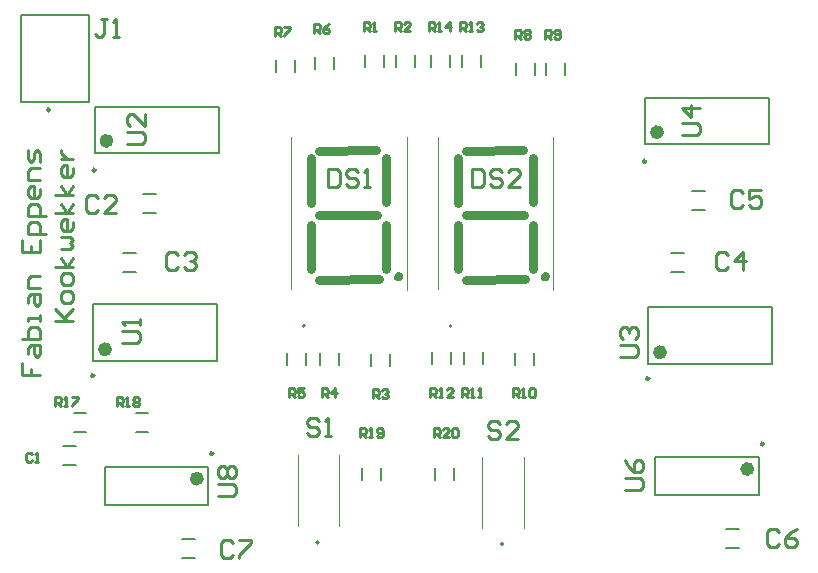
<source format=gto>
G04*
G04 #@! TF.GenerationSoftware,Altium Limited,Altium Designer,25.0.2 (28)*
G04*
G04 Layer_Color=65535*
%FSLAX44Y44*%
%MOMM*%
G71*
G04*
G04 #@! TF.SameCoordinates,877775E4-4AF8-4732-A6CF-0C93CC7184C8*
G04*
G04*
G04 #@! TF.FilePolarity,Positive*
G04*
G01*
G75*
%ADD10C,0.2000*%
%ADD11C,0.2500*%
%ADD12C,0.6000*%
%ADD13C,0.7500*%
%ADD14C,0.1000*%
%ADD15C,0.2540*%
D10*
X920020Y608470D02*
G03*
X922020Y608470I1000J0D01*
G01*
D02*
G03*
X920020Y608470I-1000J0D01*
G01*
X1078230Y607200D02*
G03*
X1076230Y607200I-1000J0D01*
G01*
D02*
G03*
X1078230Y607200I1000J0D01*
G01*
X909470Y792930D02*
G03*
X909470Y790930I0J-1000D01*
G01*
D02*
G03*
X909470Y792930I0J1000D01*
G01*
X1033780D02*
G03*
X1033780Y790930I0J-1000D01*
G01*
D02*
G03*
X1033780Y792930I0J1000D01*
G01*
X669750Y981540D02*
X727250D01*
Y1055540D01*
X669750D02*
X727250D01*
X669750Y981540D02*
Y1055540D01*
X1207200Y680790D02*
X1294700D01*
X1207200Y648790D02*
X1294700D01*
Y680790D01*
X1207200Y648790D02*
Y680790D01*
X705700Y673990D02*
X716700D01*
X705700Y689990D02*
X716700D01*
X715090Y717930D02*
X725090D01*
X715090Y701930D02*
X725090D01*
X767160Y717930D02*
X777160D01*
X767160Y701930D02*
X777160D01*
X741110Y640590D02*
Y672590D01*
X828610Y640590D02*
Y672590D01*
X741110Y640590D02*
X828610D01*
X741110Y672590D02*
X828610D01*
X1267040Y604140D02*
X1278040D01*
X1267040Y620140D02*
X1278040D01*
X1220050Y837820D02*
X1231050D01*
X1220050Y853820D02*
X1231050D01*
X1303450Y945950D02*
Y984450D01*
X1198450Y945950D02*
Y984450D01*
X1303450D01*
X1198450Y945950D02*
X1303450D01*
X1200990Y759590D02*
X1305990D01*
X1200990Y807590D02*
X1305990D01*
X1200990Y759590D02*
Y807590D01*
X1305990Y759590D02*
Y807590D01*
X1237830Y905890D02*
X1248830D01*
X1237830Y889890D02*
X1248830D01*
X806030Y595250D02*
X817030D01*
X806030Y611250D02*
X817030D01*
X756500Y837820D02*
X767500D01*
X756500Y853820D02*
X767500D01*
X837360Y938620D02*
Y977120D01*
X732360Y938620D02*
Y977120D01*
X837360D01*
X732360Y938620D02*
X837360D01*
X731090Y762130D02*
X836090D01*
X731090Y810130D02*
X836090D01*
X731090Y762130D02*
Y810130D01*
X836090Y762130D02*
Y810130D01*
X773010Y903350D02*
X784010D01*
X773010Y887350D02*
X784010D01*
X1016890Y1011000D02*
Y1021000D01*
X1032890Y1011000D02*
Y1021000D01*
X1043560Y1011000D02*
Y1021000D01*
X1059560Y1011000D02*
Y1021000D01*
X1034160Y759540D02*
Y769540D01*
X1018160Y759540D02*
Y769540D01*
X1060830Y759540D02*
Y769540D01*
X1044830Y759540D02*
Y769540D01*
X1104010Y759010D02*
Y769010D01*
X1088010Y759010D02*
Y769010D01*
X1114680Y1004650D02*
Y1014650D01*
X1130680Y1004650D02*
Y1014650D01*
X1089280Y1004650D02*
Y1014650D01*
X1105280Y1004650D02*
Y1014650D01*
X886080Y1007190D02*
Y1017190D01*
X902080Y1007190D02*
Y1017190D01*
X919100Y1009200D02*
Y1019200D01*
X935100Y1009200D02*
Y1019200D01*
X961010Y1011000D02*
Y1021000D01*
X977010Y1011000D02*
Y1021000D01*
X987680Y1011000D02*
Y1021000D01*
X1003680Y1011000D02*
Y1021000D01*
X982090Y758270D02*
Y768270D01*
X966090Y758270D02*
Y768270D01*
X938910Y759010D02*
Y769010D01*
X922910Y759010D02*
Y769010D01*
X910970Y759010D02*
Y769010D01*
X894970Y759010D02*
Y769010D01*
X958470Y661750D02*
Y671750D01*
X974470Y661750D02*
Y671750D01*
X1020700Y661750D02*
Y671750D01*
X1036700Y661750D02*
Y671750D01*
D11*
X694500Y974790D02*
G03*
X694500Y974790I-1250J0D01*
G01*
X1298800Y692040D02*
G03*
X1298800Y692040I-1250J0D01*
G01*
X832710Y683840D02*
G03*
X832710Y683840I-1250J0D01*
G01*
X1199250Y931200D02*
G03*
X1199250Y931200I-1250J0D01*
G01*
X1201790Y747340D02*
G03*
X1201790Y747340I-1250J0D01*
G01*
X733160Y923870D02*
G03*
X733160Y923870I-1250J0D01*
G01*
X731890Y749880D02*
G03*
X731890Y749880I-1250J0D01*
G01*
D12*
X1287950Y670790D02*
G03*
X1287950Y670790I-3000J0D01*
G01*
X821860Y662590D02*
G03*
X821860Y662590I-3000J0D01*
G01*
X1211450Y955950D02*
G03*
X1211450Y955950I-3000J0D01*
G01*
X1213990Y769590D02*
G03*
X1213990Y769590I-3000J0D01*
G01*
X745360Y948620D02*
G03*
X745360Y948620I-3000J0D01*
G01*
X744090Y772130D02*
G03*
X744090Y772130I-3000J0D01*
G01*
D13*
X989876Y833590D02*
G03*
X989876Y833590I-496J0D01*
G01*
X1114186D02*
G03*
X1114186Y833590I-496J0D01*
G01*
X922070Y831050D02*
X972810Y831570D01*
X915720Y839940D02*
Y877740D01*
X979220Y839940D02*
Y877740D01*
X922070Y885660D02*
X971600D01*
X915720Y896120D02*
Y933920D01*
X979110Y896670D02*
Y934470D01*
X922070Y940270D02*
X970710Y940770D01*
X1046380Y831050D02*
X1097120Y831570D01*
X1040030Y839940D02*
Y877740D01*
X1103530Y839940D02*
Y877740D01*
X1046380Y885660D02*
X1095910D01*
X1040030Y896120D02*
Y933920D01*
X1103420Y896670D02*
Y934470D01*
X1046380Y940270D02*
X1095020Y940770D01*
D14*
X939520Y622470D02*
Y682470D01*
X904520Y622470D02*
Y682470D01*
X1060730Y621200D02*
Y681200D01*
X1095730Y621200D02*
Y681200D01*
X898470Y822750D02*
Y951930D01*
X996470Y821930D02*
Y951930D01*
X1022780Y822750D02*
Y951930D01*
X1120780Y821930D02*
Y951930D01*
D15*
X698505Y796290D02*
X713740D01*
X708662D01*
X698505Y806447D01*
X706123Y798829D01*
X713740Y806447D01*
Y814064D02*
Y819143D01*
X711201Y821682D01*
X706123D01*
X703583Y819143D01*
Y814064D01*
X706123Y811525D01*
X711201D01*
X713740Y814064D01*
Y829299D02*
Y834378D01*
X711201Y836917D01*
X706123D01*
X703583Y834378D01*
Y829299D01*
X706123Y826760D01*
X711201D01*
X713740Y829299D01*
Y841995D02*
X698505D01*
X708662D02*
X703583Y849613D01*
X708662Y841995D02*
X713740Y849613D01*
X703583Y857230D02*
X711201D01*
X713740Y859770D01*
X711201Y862309D01*
X713740Y864848D01*
X711201Y867387D01*
X703583D01*
X713740Y880083D02*
Y875005D01*
X711201Y872465D01*
X706123D01*
X703583Y875005D01*
Y880083D01*
X706123Y882622D01*
X708662D01*
Y872465D01*
X713740Y887700D02*
X698505D01*
X708662D02*
X703583Y895318D01*
X708662Y887700D02*
X713740Y895318D01*
Y902935D02*
X698505D01*
X708662D02*
X703583Y910553D01*
X708662Y902935D02*
X713740Y910553D01*
Y925788D02*
Y920710D01*
X711201Y918171D01*
X706123D01*
X703583Y920710D01*
Y925788D01*
X706123Y928327D01*
X708662D01*
Y918171D01*
X703583Y933406D02*
X713740D01*
X708662D01*
X706123Y935945D01*
X703583Y938484D01*
Y941023D01*
X670567Y760727D02*
Y750570D01*
X678184D01*
Y755648D01*
Y750570D01*
X685802D01*
X675645Y768344D02*
Y773423D01*
X678184Y775962D01*
X685802D01*
Y768344D01*
X683262Y765805D01*
X680723Y768344D01*
Y775962D01*
X670567Y781040D02*
X685802D01*
Y788658D01*
X683262Y791197D01*
X680723D01*
X678184D01*
X675645Y788658D01*
Y781040D01*
X685802Y796275D02*
Y801354D01*
Y798814D01*
X675645D01*
Y796275D01*
Y811510D02*
Y816589D01*
X678184Y819128D01*
X685802D01*
Y811510D01*
X683262Y808971D01*
X680723Y811510D01*
Y819128D01*
X685802Y824206D02*
X675645D01*
Y831824D01*
X678184Y834363D01*
X685802D01*
X670567Y864833D02*
Y854676D01*
X685802D01*
Y864833D01*
X678184Y854676D02*
Y859755D01*
X690880Y869911D02*
X675645D01*
Y877529D01*
X678184Y880068D01*
X683262D01*
X685802Y877529D01*
Y869911D01*
X690880Y885146D02*
X675645D01*
Y892764D01*
X678184Y895303D01*
X683262D01*
X685802Y892764D01*
Y885146D01*
Y907999D02*
Y902921D01*
X683262Y900381D01*
X678184D01*
X675645Y902921D01*
Y907999D01*
X678184Y910538D01*
X680723D01*
Y900381D01*
X685802Y915617D02*
X675645D01*
Y923234D01*
X678184Y925773D01*
X685802D01*
Y930852D02*
Y938469D01*
X683262Y941008D01*
X680723Y938469D01*
Y933391D01*
X678184Y930852D01*
X675645Y933391D01*
Y941008D01*
X742950Y1051557D02*
X737872D01*
X740411D01*
Y1038862D01*
X737872Y1036322D01*
X735332D01*
X732793Y1038862D01*
X748028Y1036322D02*
X753107D01*
X750568D01*
Y1051557D01*
X748028Y1049018D01*
X836933Y647704D02*
X849628D01*
X852168Y650243D01*
Y655322D01*
X849628Y657861D01*
X836933D01*
X839472Y662939D02*
X836933Y665478D01*
Y670557D01*
X839472Y673096D01*
X842011D01*
X844550Y670557D01*
X847089Y673096D01*
X849628D01*
X852168Y670557D01*
Y665478D01*
X849628Y662939D01*
X847089D01*
X844550Y665478D01*
X842011Y662939D01*
X839472D01*
X844550Y665478D02*
Y670557D01*
X1181103Y652784D02*
X1193798D01*
X1196338Y655323D01*
Y660402D01*
X1193798Y662941D01*
X1181103D01*
Y678176D02*
X1183642Y673098D01*
X1188720Y668019D01*
X1193798D01*
X1196338Y670558D01*
Y675637D01*
X1193798Y678176D01*
X1191259D01*
X1188720Y675637D01*
Y668019D01*
X1229362Y953774D02*
X1242058D01*
X1244597Y956313D01*
Y961392D01*
X1242058Y963931D01*
X1229362D01*
X1244597Y976627D02*
X1229362D01*
X1236980Y969009D01*
Y979166D01*
X1177292Y765814D02*
X1189988D01*
X1192527Y768353D01*
Y773432D01*
X1189988Y775971D01*
X1177292D01*
X1179832Y781049D02*
X1177292Y783588D01*
Y788667D01*
X1179832Y791206D01*
X1182371D01*
X1184910Y788667D01*
Y786127D01*
Y788667D01*
X1187449Y791206D01*
X1189988D01*
X1192527Y788667D01*
Y783588D01*
X1189988Y781049D01*
X759463Y946154D02*
X772158D01*
X774697Y948693D01*
Y953772D01*
X772158Y956311D01*
X759463D01*
X774697Y971546D02*
Y961389D01*
X764541Y971546D01*
X762002D01*
X759463Y969007D01*
Y963928D01*
X762002Y961389D01*
X755652Y777243D02*
X768348D01*
X770888Y779782D01*
Y784861D01*
X768348Y787400D01*
X755652D01*
X770888Y792478D02*
Y797557D01*
Y795018D01*
X755652D01*
X758192Y792478D01*
X1075691Y708658D02*
X1073152Y711198D01*
X1068073D01*
X1065534Y708658D01*
Y706119D01*
X1068073Y703580D01*
X1073152D01*
X1075691Y701041D01*
Y698502D01*
X1073152Y695963D01*
X1068073D01*
X1065534Y698502D01*
X1090926Y695963D02*
X1080769D01*
X1090926Y706119D01*
Y708658D01*
X1088387Y711198D01*
X1083308D01*
X1080769Y708658D01*
X922020Y711198D02*
X919481Y713737D01*
X914402D01*
X911863Y711198D01*
Y708659D01*
X914402Y706120D01*
X919481D01*
X922020Y703581D01*
Y701042D01*
X919481Y698503D01*
X914402D01*
X911863Y701042D01*
X927098Y698503D02*
X932177D01*
X929638D01*
Y713737D01*
X927098Y711198D01*
X1019556Y697738D02*
Y705356D01*
X1023365D01*
X1024634Y704086D01*
Y701547D01*
X1023365Y700277D01*
X1019556D01*
X1022095D02*
X1024634Y697738D01*
X1032252D02*
X1027173D01*
X1032252Y702816D01*
Y704086D01*
X1030982Y705356D01*
X1028443D01*
X1027173Y704086D01*
X1034791D02*
X1036061Y705356D01*
X1038600D01*
X1039869Y704086D01*
Y699008D01*
X1038600Y697738D01*
X1036061D01*
X1034791Y699008D01*
Y704086D01*
X957326Y697738D02*
Y705356D01*
X961135D01*
X962404Y704086D01*
Y701547D01*
X961135Y700277D01*
X957326D01*
X959865D02*
X962404Y697738D01*
X964943D02*
X967483D01*
X966213D01*
Y705356D01*
X964943Y704086D01*
X971292Y699008D02*
X972561Y697738D01*
X975100D01*
X976370Y699008D01*
Y704086D01*
X975100Y705356D01*
X972561D01*
X971292Y704086D01*
Y702816D01*
X972561Y701547D01*
X976370D01*
X751208Y723901D02*
Y731519D01*
X755017D01*
X756286Y730249D01*
Y727710D01*
X755017Y726440D01*
X751208D01*
X753747D02*
X756286Y723901D01*
X758826D02*
X761365D01*
X760095D01*
Y731519D01*
X758826Y730249D01*
X765174D02*
X766443Y731519D01*
X768982D01*
X770252Y730249D01*
Y728980D01*
X768982Y727710D01*
X770252Y726440D01*
Y725171D01*
X768982Y723901D01*
X766443D01*
X765174Y725171D01*
Y726440D01*
X766443Y727710D01*
X765174Y728980D01*
Y730249D01*
X766443Y727710D02*
X768982D01*
X699138Y723901D02*
Y731519D01*
X702947D01*
X704216Y730249D01*
Y727710D01*
X702947Y726440D01*
X699138D01*
X701677D02*
X704216Y723901D01*
X706756D02*
X709295D01*
X708025D01*
Y731519D01*
X706756Y730249D01*
X713104Y731519D02*
X718182D01*
Y730249D01*
X713104Y725171D01*
Y723901D01*
X1015368Y1041401D02*
Y1049019D01*
X1019177D01*
X1020446Y1047749D01*
Y1045210D01*
X1019177Y1043940D01*
X1015368D01*
X1017907D02*
X1020446Y1041401D01*
X1022986D02*
X1025525D01*
X1024255D01*
Y1049019D01*
X1022986Y1047749D01*
X1033142Y1041401D02*
Y1049019D01*
X1029334Y1045210D01*
X1034412D01*
X1042038Y1041401D02*
Y1049019D01*
X1045847D01*
X1047116Y1047749D01*
Y1045210D01*
X1045847Y1043940D01*
X1042038D01*
X1044577D02*
X1047116Y1041401D01*
X1049656D02*
X1052195D01*
X1050925D01*
Y1049019D01*
X1049656Y1047749D01*
X1056004D02*
X1057273Y1049019D01*
X1059812D01*
X1061082Y1047749D01*
Y1046480D01*
X1059812Y1045210D01*
X1058543D01*
X1059812D01*
X1061082Y1043940D01*
Y1042671D01*
X1059812Y1041401D01*
X1057273D01*
X1056004Y1042671D01*
X1016638Y731521D02*
Y739139D01*
X1020447D01*
X1021716Y737869D01*
Y735330D01*
X1020447Y734060D01*
X1016638D01*
X1019177D02*
X1021716Y731521D01*
X1024256D02*
X1026795D01*
X1025525D01*
Y739139D01*
X1024256Y737869D01*
X1035682Y731521D02*
X1030604D01*
X1035682Y736600D01*
Y737869D01*
X1034412Y739139D01*
X1031873D01*
X1030604Y737869D01*
X1043308Y731521D02*
Y739139D01*
X1047116D01*
X1048386Y737869D01*
Y735330D01*
X1047116Y734060D01*
X1043308D01*
X1045847D02*
X1048386Y731521D01*
X1050925D02*
X1053464D01*
X1052195D01*
Y739139D01*
X1050925Y737869D01*
X1057273Y731521D02*
X1059812D01*
X1058543D01*
Y739139D01*
X1057273Y737869D01*
X1086488Y731521D02*
Y739139D01*
X1090297D01*
X1091566Y737869D01*
Y735330D01*
X1090297Y734060D01*
X1086488D01*
X1089027D02*
X1091566Y731521D01*
X1094106D02*
X1096645D01*
X1095375D01*
Y739139D01*
X1094106Y737869D01*
X1100454D02*
X1101723Y739139D01*
X1104262D01*
X1105532Y737869D01*
Y732791D01*
X1104262Y731521D01*
X1101723D01*
X1100454Y732791D01*
Y737869D01*
X1113792Y1035051D02*
Y1042669D01*
X1117601D01*
X1118870Y1041399D01*
Y1038860D01*
X1117601Y1037590D01*
X1113792D01*
X1116331D02*
X1118870Y1035051D01*
X1121410Y1036321D02*
X1122679Y1035051D01*
X1125218D01*
X1126488Y1036321D01*
Y1041399D01*
X1125218Y1042669D01*
X1122679D01*
X1121410Y1041399D01*
Y1040130D01*
X1122679Y1038860D01*
X1126488D01*
X1088392Y1035051D02*
Y1042669D01*
X1092201D01*
X1093470Y1041399D01*
Y1038860D01*
X1092201Y1037590D01*
X1088392D01*
X1090931D02*
X1093470Y1035051D01*
X1096010Y1041399D02*
X1097279Y1042669D01*
X1099818D01*
X1101088Y1041399D01*
Y1040130D01*
X1099818Y1038860D01*
X1101088Y1037590D01*
Y1036321D01*
X1099818Y1035051D01*
X1097279D01*
X1096010Y1036321D01*
Y1037590D01*
X1097279Y1038860D01*
X1096010Y1040130D01*
Y1041399D01*
X1097279Y1038860D02*
X1099818D01*
X885192Y1037061D02*
Y1044679D01*
X889001D01*
X890270Y1043409D01*
Y1040870D01*
X889001Y1039600D01*
X885192D01*
X887731D02*
X890270Y1037061D01*
X892810Y1044679D02*
X897888D01*
Y1043409D01*
X892810Y1038331D01*
Y1037061D01*
X918212Y1039601D02*
Y1047219D01*
X922021D01*
X923290Y1045949D01*
Y1043410D01*
X922021Y1042140D01*
X918212D01*
X920751D02*
X923290Y1039601D01*
X930908Y1047219D02*
X928369Y1045949D01*
X925830Y1043410D01*
Y1040871D01*
X927099Y1039601D01*
X929638D01*
X930908Y1040871D01*
Y1042140D01*
X929638Y1043410D01*
X925830D01*
X896622Y731521D02*
Y739139D01*
X900431D01*
X901700Y737869D01*
Y735330D01*
X900431Y734060D01*
X896622D01*
X899161D02*
X901700Y731521D01*
X909318Y739139D02*
X904240D01*
Y735330D01*
X906779Y736600D01*
X908048D01*
X909318Y735330D01*
Y732791D01*
X908048Y731521D01*
X905509D01*
X904240Y732791D01*
X924562Y731521D02*
Y739139D01*
X928371D01*
X929640Y737869D01*
Y735330D01*
X928371Y734060D01*
X924562D01*
X927101D02*
X929640Y731521D01*
X935988D02*
Y739139D01*
X932180Y735330D01*
X937258D01*
X967742Y730781D02*
Y738399D01*
X971551D01*
X972820Y737129D01*
Y734590D01*
X971551Y733320D01*
X967742D01*
X970281D02*
X972820Y730781D01*
X975360Y737129D02*
X976629Y738399D01*
X979168D01*
X980438Y737129D01*
Y735860D01*
X979168Y734590D01*
X977899D01*
X979168D01*
X980438Y733320D01*
Y732051D01*
X979168Y730781D01*
X976629D01*
X975360Y732051D01*
X986792Y1041401D02*
Y1049019D01*
X990601D01*
X991870Y1047749D01*
Y1045210D01*
X990601Y1043940D01*
X986792D01*
X989331D02*
X991870Y1041401D01*
X999488D02*
X994410D01*
X999488Y1046480D01*
Y1047749D01*
X998218Y1049019D01*
X995679D01*
X994410Y1047749D01*
X960122Y1041401D02*
Y1049019D01*
X963930D01*
X965200Y1047749D01*
Y1045210D01*
X963930Y1043940D01*
X960122D01*
X962661D02*
X965200Y1041401D01*
X967739D02*
X970278D01*
X969009D01*
Y1049019D01*
X967739Y1047749D01*
X1051567Y924557D02*
Y909323D01*
X1059184D01*
X1061723Y911862D01*
Y922018D01*
X1059184Y924557D01*
X1051567D01*
X1076958Y922018D02*
X1074419Y924557D01*
X1069341D01*
X1066802Y922018D01*
Y919479D01*
X1069341Y916940D01*
X1074419D01*
X1076958Y914401D01*
Y911862D01*
X1074419Y909323D01*
X1069341D01*
X1066802Y911862D01*
X1092193Y909323D02*
X1082037D01*
X1092193Y919479D01*
Y922018D01*
X1089654Y924557D01*
X1084576D01*
X1082037Y922018D01*
X929646Y924557D02*
Y909323D01*
X937263D01*
X939802Y911862D01*
Y922018D01*
X937263Y924557D01*
X929646D01*
X955038Y922018D02*
X952498Y924557D01*
X947420D01*
X944881Y922018D01*
Y919479D01*
X947420Y916940D01*
X952498D01*
X955038Y914401D01*
Y911862D01*
X952498Y909323D01*
X947420D01*
X944881Y911862D01*
X960116Y909323D02*
X965194D01*
X962655D01*
Y924557D01*
X960116Y922018D01*
X849631Y608328D02*
X847092Y610868D01*
X842013D01*
X839474Y608328D01*
Y598172D01*
X842013Y595633D01*
X847092D01*
X849631Y598172D01*
X854709Y610868D02*
X864866D01*
Y608328D01*
X854709Y598172D01*
Y595633D01*
X1311911Y617218D02*
X1309372Y619757D01*
X1304293D01*
X1301754Y617218D01*
Y607062D01*
X1304293Y604523D01*
X1309372D01*
X1311911Y607062D01*
X1327146Y619757D02*
X1322068Y617218D01*
X1316989Y612140D01*
Y607062D01*
X1319528Y604523D01*
X1324607D01*
X1327146Y607062D01*
Y609601D01*
X1324607Y612140D01*
X1316989D01*
X1281431Y904238D02*
X1278892Y906777D01*
X1273813D01*
X1271274Y904238D01*
Y894082D01*
X1273813Y891543D01*
X1278892D01*
X1281431Y894082D01*
X1296666Y906777D02*
X1286509D01*
Y899160D01*
X1291588Y901699D01*
X1294127D01*
X1296666Y899160D01*
Y894082D01*
X1294127Y891543D01*
X1289048D01*
X1286509Y894082D01*
X1268731Y852168D02*
X1266192Y854707D01*
X1261113D01*
X1258574Y852168D01*
Y842012D01*
X1261113Y839473D01*
X1266192D01*
X1268731Y842012D01*
X1281427Y839473D02*
Y854707D01*
X1273809Y847090D01*
X1283966D01*
X802641Y852168D02*
X800102Y854707D01*
X795023D01*
X792484Y852168D01*
Y842012D01*
X795023Y839473D01*
X800102D01*
X802641Y842012D01*
X807719Y852168D02*
X810258Y854707D01*
X815337D01*
X817876Y852168D01*
Y849629D01*
X815337Y847090D01*
X812797D01*
X815337D01*
X817876Y844551D01*
Y842012D01*
X815337Y839473D01*
X810258D01*
X807719Y842012D01*
X735331Y900428D02*
X732792Y902968D01*
X727713D01*
X725174Y900428D01*
Y890272D01*
X727713Y887732D01*
X732792D01*
X735331Y890272D01*
X750566Y887732D02*
X740409D01*
X750566Y897889D01*
Y900428D01*
X748027Y902968D01*
X742948D01*
X740409Y900428D01*
X679450Y683259D02*
X678180Y684529D01*
X675641D01*
X674372Y683259D01*
Y678181D01*
X675641Y676911D01*
X678180D01*
X679450Y678181D01*
X681989Y676911D02*
X684528D01*
X683259D01*
Y684529D01*
X681989Y683259D01*
M02*

</source>
